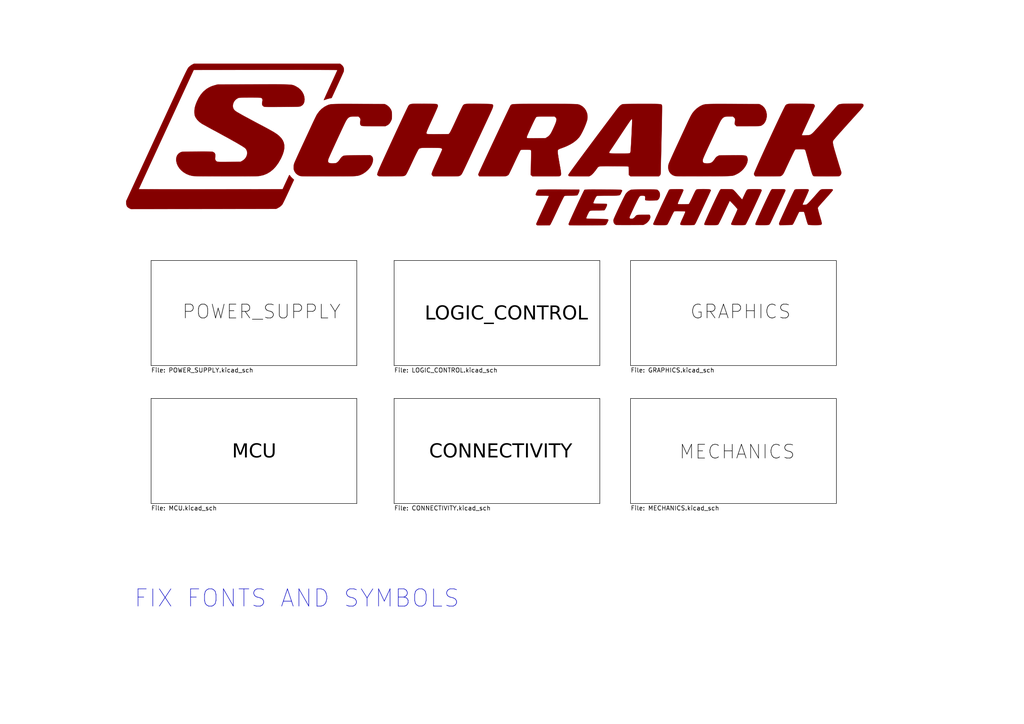
<source format=kicad_sch>
(kicad_sch (version 20231120) (generator "eeschema") (generator_version "8.0")
  (paper "A4")
  (title_block (title "SchrackStopwatch") (date "2024-08-14") (rev "v.1.0.0") (company "SPS NA PROSEKU") (comment 1 "SAVVA POPOV"))
  (lib_symbols
    (symbol "SCHRACK:LOGO" (pin_names (offset 1.016)))
  )
  (text "FIX FONTS AND SYMBOLS" (at 86.106 173.736 0) (effects (font (size 5 5))))
  (symbol (lib_id "SCHRACK:LOGO") (at 143.51 41.91 0) (unit 1)
    (property "Reference" "#G1" (effects (hide yes)))
    (property "Value" "LOGO" (effects (hide yes)))
  )
  (sheet (at 182.88 115.57) (size 59.69 30.48) (stroke (width 0.1524) (color 0 0 0 1)) (fill (color 255 255 255 1.0000))
    (property "Sheetname" "MECHANICS" (at 196.85 133.35 0) (effects (font (size 4 4)) (justify left bottom)))
    (property "Sheetfile" "MECHANICS.kicad_sch" (at 182.88 146.6346 0) (effects (justify left top)))
  )
  (sheet (at 43.815 75.565) (size 59.69 30.48) (stroke (width 0.1524) (color 0 0 0 1)) (fill (color 255 255 255 1.0000))
    (property "Sheetname" "POWER_SUPPLY" (at 52.705 92.71 0) (effects (font (size 4 4)) (justify left bottom)))
    (property "Sheetfile" "POWER_SUPPLY.kicad_sch" (at 43.815 106.6296 0) (effects (justify left top)))
  )
  (sheet (at 114.3 115.57) (size 59.69 30.48) (stroke (width 0.1524) (color 0 0 0 1)) (fill (color 255 255 255 1.0000))
    (property "Sheetname" "CONNECTIVITY" (at 124.46 133.35 0) (effects (font (size 4 4)) (justify left bottom)))
    (property "Sheetfile" "CONNECTIVITY.kicad_sch" (at 114.3 146.6346 0) (effects (justify left top)))
  )
  (sheet (at 43.815 115.57) (size 59.69 30.48) (stroke (width 0.1524) (color 0 0 0 1)) (fill (color 255 255 255 1.0000))
    (property "Sheetname" "MCU" (at 67.31 133.35 0) (effects (font (size 4 4)) (justify left bottom)))
    (property "Sheetfile" "MCU.kicad_sch" (at 43.815 146.6346 0) (effects (justify left top)))
  )
  (sheet (at 114.3 75.565) (size 59.69 30.48) (stroke (width 0.1524) (color 0 0 0 1)) (fill (color 255 255 255 1.0000))
    (property "Sheetname" "LOGIC_CONTROL" (at 123.19 93.345 0) (effects (font (size 4 4)) (justify left bottom)))
    (property "Sheetfile" "LOGIC_CONTROL.kicad_sch" (at 114.3 106.6296 0) (effects (justify left top)))
  )
  (sheet (at 182.88 75.565) (size 59.69 30.48) (stroke (width 0.1524) (color 0 0 0 1)) (fill (color 255 255 255 1.0000))
    (property "Sheetname" "GRAPHICS" (at 200.025 92.71 0) (effects (font (size 4 4)) (justify left bottom)))
    (property "Sheetfile" "GRAPHICS.kicad_sch" (at 182.88 106.6296 0) (effects (justify left top)))
  )
)
</source>
